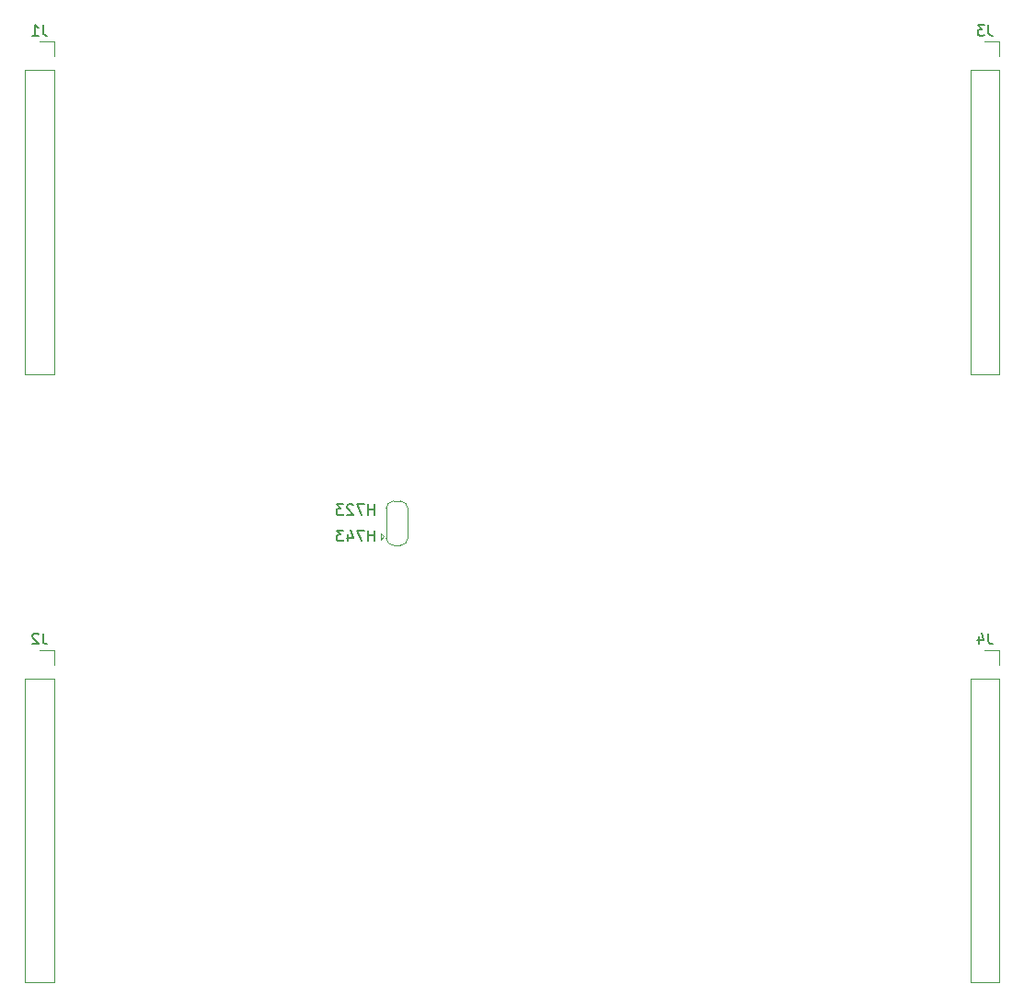
<source format=gbr>
G04 %TF.GenerationSoftware,KiCad,Pcbnew,(6.0.8)@% jlc*
G04 %TF.CreationDate,2022-10-20T13:21:54+01:00@% jlc*
G04 %TF.ProjectId,Punck_Components,50756e63-6b5f-4436-9f6d-706f6e656e74,rev?@% jlc*
G04 %TF.SameCoordinates,Original@% jlc*
G04 %TF.FileFunction,Legend,Bot@% jlc*
G04 %TF.FilePolarity,Positive@% jlc*
%FSLAX46Y46*%
G04 Gerber Fmt 4.6, Leading zero omitted, Abs format (unit mm)*
G04 Created by KiCad (PCBNEW (6.0.8)) date 2022-10-20 13:21:54*
%MOMM*%
%LPD*%
G01*
G04 APERTURE LIST*
%ADD10C,0.150000*%
%ADD11C,0.120000*%
G04 APERTURE END LIST*
D10*
X102914285Y-100652380D02*
X102914285Y-99652380D01*
X102914285Y-100128571D02*
X102342857Y-100128571D01*
X102342857Y-100652380D02*
X102342857Y-99652380D01*
X101961904Y-99652380D02*
X101295238Y-99652380D01*
X101723809Y-100652380D01*
X100485714Y-99985714D02*
X100485714Y-100652380D01*
X100723809Y-99604761D02*
X100961904Y-100319047D01*
X100342857Y-100319047D01*
X100057142Y-99652380D02*
X99438095Y-99652380D01*
X99771428Y-100033333D01*
X99628571Y-100033333D01*
X99533333Y-100080952D01*
X99485714Y-100128571D01*
X99438095Y-100223809D01*
X99438095Y-100461904D01*
X99485714Y-100557142D01*
X99533333Y-100604761D01*
X99628571Y-100652380D01*
X99914285Y-100652380D01*
X100009523Y-100604761D01*
X100057142Y-100557142D01*
X102914285Y-98252380D02*
X102914285Y-97252380D01*
X102914285Y-97728571D02*
X102342857Y-97728571D01*
X102342857Y-98252380D02*
X102342857Y-97252380D01*
X101961904Y-97252380D02*
X101295238Y-97252380D01*
X101723809Y-98252380D01*
X100961904Y-97347619D02*
X100914285Y-97300000D01*
X100819047Y-97252380D01*
X100580952Y-97252380D01*
X100485714Y-97300000D01*
X100438095Y-97347619D01*
X100390476Y-97442857D01*
X100390476Y-97538095D01*
X100438095Y-97680952D01*
X101009523Y-98252380D01*
X100390476Y-98252380D01*
X100057142Y-97252380D02*
X99438095Y-97252380D01*
X99771428Y-97633333D01*
X99628571Y-97633333D01*
X99533333Y-97680952D01*
X99485714Y-97728571D01*
X99438095Y-97823809D01*
X99438095Y-98061904D01*
X99485714Y-98157142D01*
X99533333Y-98204761D01*
X99628571Y-98252380D01*
X99914285Y-98252380D01*
X100009523Y-98204761D01*
X100057142Y-98157142D01*
G04 %TO.C,J3@% jlc*
X159433333Y-53122380D02*
X159433333Y-53836666D01*
X159480952Y-53979523D01*
X159576190Y-54074761D01*
X159719047Y-54122380D01*
X159814285Y-54122380D01*
X159052380Y-53122380D02*
X158433333Y-53122380D01*
X158766666Y-53503333D01*
X158623809Y-53503333D01*
X158528571Y-53550952D01*
X158480952Y-53598571D01*
X158433333Y-53693809D01*
X158433333Y-53931904D01*
X158480952Y-54027142D01*
X158528571Y-54074761D01*
X158623809Y-54122380D01*
X158909523Y-54122380D01*
X159004761Y-54074761D01*
X159052380Y-54027142D01*
G04 %TO.C,J1@% jlc*
X72433333Y-53122380D02*
X72433333Y-53836666D01*
X72480952Y-53979523D01*
X72576190Y-54074761D01*
X72719047Y-54122380D01*
X72814285Y-54122380D01*
X71433333Y-54122380D02*
X72004761Y-54122380D01*
X71719047Y-54122380D02*
X71719047Y-53122380D01*
X71814285Y-53265238D01*
X71909523Y-53360476D01*
X72004761Y-53408095D01*
G04 %TO.C,J4@% jlc*
X159433333Y-109122380D02*
X159433333Y-109836666D01*
X159480952Y-109979523D01*
X159576190Y-110074761D01*
X159719047Y-110122380D01*
X159814285Y-110122380D01*
X158528571Y-109455714D02*
X158528571Y-110122380D01*
X158766666Y-109074761D02*
X159004761Y-109789047D01*
X158385714Y-109789047D01*
G04 %TO.C,J2@% jlc*
X72433333Y-109122380D02*
X72433333Y-109836666D01*
X72480952Y-109979523D01*
X72576190Y-110074761D01*
X72719047Y-110122380D01*
X72814285Y-110122380D01*
X72004761Y-109217619D02*
X71957142Y-109170000D01*
X71861904Y-109122380D01*
X71623809Y-109122380D01*
X71528571Y-109170000D01*
X71480952Y-109217619D01*
X71433333Y-109312857D01*
X71433333Y-109408095D01*
X71480952Y-109550952D01*
X72052380Y-110122380D01*
X71433333Y-110122380D01*
D11*
G04 %TO.C,J3@% jlc*
X157770000Y-57270000D02*
X157770000Y-85270000D01*
X160430000Y-54670000D02*
X159100000Y-54670000D01*
X160430000Y-57270000D02*
X157770000Y-57270000D01*
X160430000Y-57270000D02*
X160430000Y-85270000D01*
X160430000Y-56000000D02*
X160430000Y-54670000D01*
X160430000Y-85270000D02*
X157770000Y-85270000D01*
G04 %TO.C,J1@% jlc*
X70770000Y-57270000D02*
X70770000Y-85270000D01*
X73430000Y-57270000D02*
X73430000Y-85270000D01*
X73430000Y-57270000D02*
X70770000Y-57270000D01*
X73430000Y-85270000D02*
X70770000Y-85270000D01*
X73430000Y-54670000D02*
X72100000Y-54670000D01*
X73430000Y-56000000D02*
X73430000Y-54670000D01*
G04 %TO.C,J4@% jlc*
X160430000Y-112000000D02*
X160430000Y-110670000D01*
X160430000Y-110670000D02*
X159100000Y-110670000D01*
X157770000Y-113270000D02*
X157770000Y-141270000D01*
X160430000Y-141270000D02*
X157770000Y-141270000D01*
X160430000Y-113270000D02*
X157770000Y-113270000D01*
X160430000Y-113270000D02*
X160430000Y-141270000D01*
G04 %TO.C,J2@% jlc*
X73430000Y-141270000D02*
X70770000Y-141270000D01*
X70770000Y-113270000D02*
X70770000Y-141270000D01*
X73430000Y-112000000D02*
X73430000Y-110670000D01*
X73430000Y-113270000D02*
X70770000Y-113270000D01*
X73430000Y-110670000D02*
X72100000Y-110670000D01*
X73430000Y-113270000D02*
X73430000Y-141270000D01*
G04 %TO.C,JP1@% jlc*
X106000000Y-100400000D02*
X106000000Y-97600000D01*
X103800000Y-100200000D02*
X103500000Y-99900000D01*
X103500000Y-100500000D02*
X103500000Y-99900000D01*
X103800000Y-100200000D02*
X103500000Y-100500000D01*
X104700000Y-101050000D02*
X105300000Y-101050000D01*
X104000000Y-97600000D02*
X104000000Y-100400000D01*
X105300000Y-96950000D02*
X104700000Y-96950000D01*
X105300000Y-101050000D02*
G75*
G03*
X106000000Y-100350000I1J699999D01*
G01*
X106000000Y-97650000D02*
G75*
G03*
X105300000Y-96950000I-700000J0D01*
G01*
X104700000Y-96950000D02*
G75*
G03*
X104000000Y-97650000I0J-700000D01*
G01*
X104000000Y-100350000D02*
G75*
G03*
X104700000Y-101050000I699999J-1D01*
G01*
G04 %TD@% jlc*
M02*

</source>
